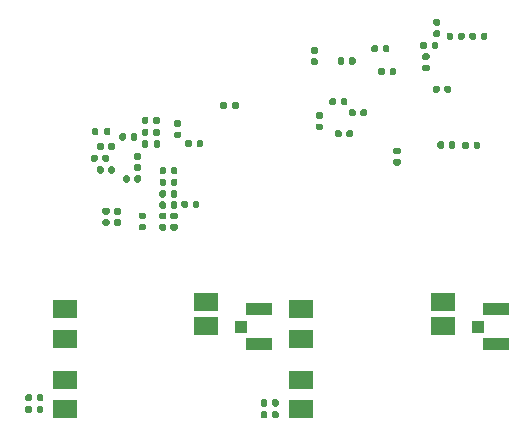
<source format=gbr>
%TF.GenerationSoftware,KiCad,Pcbnew,5.1.10-1.fc33*%
%TF.CreationDate,2021-08-29T12:40:12-07:00*%
%TF.ProjectId,hardware,68617264-7761-4726-952e-6b696361645f,rev?*%
%TF.SameCoordinates,Original*%
%TF.FileFunction,Paste,Bot*%
%TF.FilePolarity,Positive*%
%FSLAX46Y46*%
G04 Gerber Fmt 4.6, Leading zero omitted, Abs format (unit mm)*
G04 Created by KiCad (PCBNEW 5.1.10-1.fc33) date 2021-08-29 12:40:12*
%MOMM*%
%LPD*%
G01*
G04 APERTURE LIST*
%ADD10R,2.200000X1.050000*%
%ADD11R,1.050000X1.000000*%
%ADD12R,2.000000X1.500000*%
G04 APERTURE END LIST*
D10*
%TO.C,AE2*%
X143475000Y-122475000D03*
D11*
X141950000Y-121000000D03*
D10*
X143475000Y-119525000D03*
%TD*%
%TO.C,AE1*%
X123475000Y-122475000D03*
D11*
X121950000Y-121000000D03*
D10*
X123475000Y-119525000D03*
%TD*%
%TO.C,C9*%
G36*
G01*
X104230000Y-127830000D02*
X104230000Y-128170000D01*
G75*
G02*
X104090000Y-128310000I-140000J0D01*
G01*
X103810000Y-128310000D01*
G75*
G02*
X103670000Y-128170000I0J140000D01*
G01*
X103670000Y-127830000D01*
G75*
G02*
X103810000Y-127690000I140000J0D01*
G01*
X104090000Y-127690000D01*
G75*
G02*
X104230000Y-127830000I0J-140000D01*
G01*
G37*
G36*
G01*
X105190000Y-127830000D02*
X105190000Y-128170000D01*
G75*
G02*
X105050000Y-128310000I-140000J0D01*
G01*
X104770000Y-128310000D01*
G75*
G02*
X104630000Y-128170000I0J140000D01*
G01*
X104630000Y-127830000D01*
G75*
G02*
X104770000Y-127690000I140000J0D01*
G01*
X105050000Y-127690000D01*
G75*
G02*
X105190000Y-127830000I0J-140000D01*
G01*
G37*
%TD*%
%TO.C,C8*%
G36*
G01*
X104230000Y-126830000D02*
X104230000Y-127170000D01*
G75*
G02*
X104090000Y-127310000I-140000J0D01*
G01*
X103810000Y-127310000D01*
G75*
G02*
X103670000Y-127170000I0J140000D01*
G01*
X103670000Y-126830000D01*
G75*
G02*
X103810000Y-126690000I140000J0D01*
G01*
X104090000Y-126690000D01*
G75*
G02*
X104230000Y-126830000I0J-140000D01*
G01*
G37*
G36*
G01*
X105190000Y-126830000D02*
X105190000Y-127170000D01*
G75*
G02*
X105050000Y-127310000I-140000J0D01*
G01*
X104770000Y-127310000D01*
G75*
G02*
X104630000Y-127170000I0J140000D01*
G01*
X104630000Y-126830000D01*
G75*
G02*
X104770000Y-126690000I140000J0D01*
G01*
X105050000Y-126690000D01*
G75*
G02*
X105190000Y-126830000I0J-140000D01*
G01*
G37*
%TD*%
%TO.C,C7*%
G36*
G01*
X124150000Y-128280000D02*
X124150000Y-128620000D01*
G75*
G02*
X124010000Y-128760000I-140000J0D01*
G01*
X123730000Y-128760000D01*
G75*
G02*
X123590000Y-128620000I0J140000D01*
G01*
X123590000Y-128280000D01*
G75*
G02*
X123730000Y-128140000I140000J0D01*
G01*
X124010000Y-128140000D01*
G75*
G02*
X124150000Y-128280000I0J-140000D01*
G01*
G37*
G36*
G01*
X125110000Y-128280000D02*
X125110000Y-128620000D01*
G75*
G02*
X124970000Y-128760000I-140000J0D01*
G01*
X124690000Y-128760000D01*
G75*
G02*
X124550000Y-128620000I0J140000D01*
G01*
X124550000Y-128280000D01*
G75*
G02*
X124690000Y-128140000I140000J0D01*
G01*
X124970000Y-128140000D01*
G75*
G02*
X125110000Y-128280000I0J-140000D01*
G01*
G37*
%TD*%
%TO.C,C6*%
G36*
G01*
X124150000Y-127280000D02*
X124150000Y-127620000D01*
G75*
G02*
X124010000Y-127760000I-140000J0D01*
G01*
X123730000Y-127760000D01*
G75*
G02*
X123590000Y-127620000I0J140000D01*
G01*
X123590000Y-127280000D01*
G75*
G02*
X123730000Y-127140000I140000J0D01*
G01*
X124010000Y-127140000D01*
G75*
G02*
X124150000Y-127280000I0J-140000D01*
G01*
G37*
G36*
G01*
X125110000Y-127280000D02*
X125110000Y-127620000D01*
G75*
G02*
X124970000Y-127760000I-140000J0D01*
G01*
X124690000Y-127760000D01*
G75*
G02*
X124550000Y-127620000I0J140000D01*
G01*
X124550000Y-127280000D01*
G75*
G02*
X124690000Y-127140000I140000J0D01*
G01*
X124970000Y-127140000D01*
G75*
G02*
X125110000Y-127280000I0J-140000D01*
G01*
G37*
%TD*%
D12*
%TO.C,U5*%
X127000000Y-122000000D03*
X127000000Y-128000000D03*
X127000000Y-125500000D03*
X127000000Y-119500000D03*
X139000000Y-118900000D03*
X139000000Y-120900000D03*
%TD*%
%TO.C,U4*%
X107000000Y-122000000D03*
X107000000Y-128000000D03*
X107000000Y-125500000D03*
X107000000Y-119500000D03*
X119000000Y-118900000D03*
X119000000Y-120900000D03*
%TD*%
%TO.C,C32*%
G36*
G01*
X134958000Y-106791100D02*
X135298000Y-106791100D01*
G75*
G02*
X135438000Y-106931100I0J-140000D01*
G01*
X135438000Y-107211100D01*
G75*
G02*
X135298000Y-107351100I-140000J0D01*
G01*
X134958000Y-107351100D01*
G75*
G02*
X134818000Y-107211100I0J140000D01*
G01*
X134818000Y-106931100D01*
G75*
G02*
X134958000Y-106791100I140000J0D01*
G01*
G37*
G36*
G01*
X134958000Y-105831100D02*
X135298000Y-105831100D01*
G75*
G02*
X135438000Y-105971100I0J-140000D01*
G01*
X135438000Y-106251100D01*
G75*
G02*
X135298000Y-106391100I-140000J0D01*
G01*
X134958000Y-106391100D01*
G75*
G02*
X134818000Y-106251100I0J140000D01*
G01*
X134818000Y-105971100D01*
G75*
G02*
X134958000Y-105831100I140000J0D01*
G01*
G37*
%TD*%
%TO.C,C99*%
G36*
G01*
X109782000Y-106560800D02*
X109782000Y-106900800D01*
G75*
G02*
X109642000Y-107040800I-140000J0D01*
G01*
X109362000Y-107040800D01*
G75*
G02*
X109222000Y-106900800I0J140000D01*
G01*
X109222000Y-106560800D01*
G75*
G02*
X109362000Y-106420800I140000J0D01*
G01*
X109642000Y-106420800D01*
G75*
G02*
X109782000Y-106560800I0J-140000D01*
G01*
G37*
G36*
G01*
X110742000Y-106560800D02*
X110742000Y-106900800D01*
G75*
G02*
X110602000Y-107040800I-140000J0D01*
G01*
X110322000Y-107040800D01*
G75*
G02*
X110182000Y-106900800I0J140000D01*
G01*
X110182000Y-106560800D01*
G75*
G02*
X110322000Y-106420800I140000J0D01*
G01*
X110602000Y-106420800D01*
G75*
G02*
X110742000Y-106560800I0J-140000D01*
G01*
G37*
%TD*%
%TO.C,C92*%
G36*
G01*
X128300300Y-97879500D02*
X127960300Y-97879500D01*
G75*
G02*
X127820300Y-97739500I0J140000D01*
G01*
X127820300Y-97459500D01*
G75*
G02*
X127960300Y-97319500I140000J0D01*
G01*
X128300300Y-97319500D01*
G75*
G02*
X128440300Y-97459500I0J-140000D01*
G01*
X128440300Y-97739500D01*
G75*
G02*
X128300300Y-97879500I-140000J0D01*
G01*
G37*
G36*
G01*
X128300300Y-98839500D02*
X127960300Y-98839500D01*
G75*
G02*
X127820300Y-98699500I0J140000D01*
G01*
X127820300Y-98419500D01*
G75*
G02*
X127960300Y-98279500I140000J0D01*
G01*
X128300300Y-98279500D01*
G75*
G02*
X128440300Y-98419500I0J-140000D01*
G01*
X128440300Y-98699500D01*
G75*
G02*
X128300300Y-98839500I-140000J0D01*
G01*
G37*
%TD*%
%TO.C,C91*%
G36*
G01*
X139519000Y-105783200D02*
X139519000Y-105443200D01*
G75*
G02*
X139659000Y-105303200I140000J0D01*
G01*
X139939000Y-105303200D01*
G75*
G02*
X140079000Y-105443200I0J-140000D01*
G01*
X140079000Y-105783200D01*
G75*
G02*
X139939000Y-105923200I-140000J0D01*
G01*
X139659000Y-105923200D01*
G75*
G02*
X139519000Y-105783200I0J140000D01*
G01*
G37*
G36*
G01*
X138559000Y-105783200D02*
X138559000Y-105443200D01*
G75*
G02*
X138699000Y-105303200I140000J0D01*
G01*
X138979000Y-105303200D01*
G75*
G02*
X139119000Y-105443200I0J-140000D01*
G01*
X139119000Y-105783200D01*
G75*
G02*
X138979000Y-105923200I-140000J0D01*
G01*
X138699000Y-105923200D01*
G75*
G02*
X138559000Y-105783200I0J140000D01*
G01*
G37*
%TD*%
%TO.C,C90*%
G36*
G01*
X130375000Y-102112900D02*
X130375000Y-101772900D01*
G75*
G02*
X130515000Y-101632900I140000J0D01*
G01*
X130795000Y-101632900D01*
G75*
G02*
X130935000Y-101772900I0J-140000D01*
G01*
X130935000Y-102112900D01*
G75*
G02*
X130795000Y-102252900I-140000J0D01*
G01*
X130515000Y-102252900D01*
G75*
G02*
X130375000Y-102112900I0J140000D01*
G01*
G37*
G36*
G01*
X129415000Y-102112900D02*
X129415000Y-101772900D01*
G75*
G02*
X129555000Y-101632900I140000J0D01*
G01*
X129835000Y-101632900D01*
G75*
G02*
X129975000Y-101772900I0J-140000D01*
G01*
X129975000Y-102112900D01*
G75*
G02*
X129835000Y-102252900I-140000J0D01*
G01*
X129555000Y-102252900D01*
G75*
G02*
X129415000Y-102112900I0J140000D01*
G01*
G37*
%TD*%
%TO.C,C89*%
G36*
G01*
X141611960Y-105798440D02*
X141611960Y-105458440D01*
G75*
G02*
X141751960Y-105318440I140000J0D01*
G01*
X142031960Y-105318440D01*
G75*
G02*
X142171960Y-105458440I0J-140000D01*
G01*
X142171960Y-105798440D01*
G75*
G02*
X142031960Y-105938440I-140000J0D01*
G01*
X141751960Y-105938440D01*
G75*
G02*
X141611960Y-105798440I0J140000D01*
G01*
G37*
G36*
G01*
X140651960Y-105798440D02*
X140651960Y-105458440D01*
G75*
G02*
X140791960Y-105318440I140000J0D01*
G01*
X141071960Y-105318440D01*
G75*
G02*
X141211960Y-105458440I0J-140000D01*
G01*
X141211960Y-105798440D01*
G75*
G02*
X141071960Y-105938440I-140000J0D01*
G01*
X140791960Y-105938440D01*
G75*
G02*
X140651960Y-105798440I0J140000D01*
G01*
G37*
%TD*%
%TO.C,C87*%
G36*
G01*
X128732100Y-103393900D02*
X128392100Y-103393900D01*
G75*
G02*
X128252100Y-103253900I0J140000D01*
G01*
X128252100Y-102973900D01*
G75*
G02*
X128392100Y-102833900I140000J0D01*
G01*
X128732100Y-102833900D01*
G75*
G02*
X128872100Y-102973900I0J-140000D01*
G01*
X128872100Y-103253900D01*
G75*
G02*
X128732100Y-103393900I-140000J0D01*
G01*
G37*
G36*
G01*
X128732100Y-104353900D02*
X128392100Y-104353900D01*
G75*
G02*
X128252100Y-104213900I0J140000D01*
G01*
X128252100Y-103933900D01*
G75*
G02*
X128392100Y-103793900I140000J0D01*
G01*
X128732100Y-103793900D01*
G75*
G02*
X128872100Y-103933900I0J-140000D01*
G01*
X128872100Y-104213900D01*
G75*
G02*
X128732100Y-104353900I-140000J0D01*
G01*
G37*
%TD*%
%TO.C,C86*%
G36*
G01*
X130442360Y-104483080D02*
X130442360Y-104823080D01*
G75*
G02*
X130302360Y-104963080I-140000J0D01*
G01*
X130022360Y-104963080D01*
G75*
G02*
X129882360Y-104823080I0J140000D01*
G01*
X129882360Y-104483080D01*
G75*
G02*
X130022360Y-104343080I140000J0D01*
G01*
X130302360Y-104343080D01*
G75*
G02*
X130442360Y-104483080I0J-140000D01*
G01*
G37*
G36*
G01*
X131402360Y-104483080D02*
X131402360Y-104823080D01*
G75*
G02*
X131262360Y-104963080I-140000J0D01*
G01*
X130982360Y-104963080D01*
G75*
G02*
X130842360Y-104823080I0J140000D01*
G01*
X130842360Y-104483080D01*
G75*
G02*
X130982360Y-104343080I140000J0D01*
G01*
X131262360Y-104343080D01*
G75*
G02*
X131402360Y-104483080I0J-140000D01*
G01*
G37*
%TD*%
%TO.C,C85*%
G36*
G01*
X131626000Y-102712700D02*
X131626000Y-103052700D01*
G75*
G02*
X131486000Y-103192700I-140000J0D01*
G01*
X131206000Y-103192700D01*
G75*
G02*
X131066000Y-103052700I0J140000D01*
G01*
X131066000Y-102712700D01*
G75*
G02*
X131206000Y-102572700I140000J0D01*
G01*
X131486000Y-102572700D01*
G75*
G02*
X131626000Y-102712700I0J-140000D01*
G01*
G37*
G36*
G01*
X132586000Y-102712700D02*
X132586000Y-103052700D01*
G75*
G02*
X132446000Y-103192700I-140000J0D01*
G01*
X132166000Y-103192700D01*
G75*
G02*
X132026000Y-103052700I0J140000D01*
G01*
X132026000Y-102712700D01*
G75*
G02*
X132166000Y-102572700I140000J0D01*
G01*
X132446000Y-102572700D01*
G75*
G02*
X132586000Y-102712700I0J-140000D01*
G01*
G37*
%TD*%
%TO.C,C82*%
G36*
G01*
X139138000Y-101058800D02*
X139138000Y-100718800D01*
G75*
G02*
X139278000Y-100578800I140000J0D01*
G01*
X139558000Y-100578800D01*
G75*
G02*
X139698000Y-100718800I0J-140000D01*
G01*
X139698000Y-101058800D01*
G75*
G02*
X139558000Y-101198800I-140000J0D01*
G01*
X139278000Y-101198800D01*
G75*
G02*
X139138000Y-101058800I0J140000D01*
G01*
G37*
G36*
G01*
X138178000Y-101058800D02*
X138178000Y-100718800D01*
G75*
G02*
X138318000Y-100578800I140000J0D01*
G01*
X138598000Y-100578800D01*
G75*
G02*
X138738000Y-100718800I0J-140000D01*
G01*
X138738000Y-101058800D01*
G75*
G02*
X138598000Y-101198800I-140000J0D01*
G01*
X138318000Y-101198800D01*
G75*
G02*
X138178000Y-101058800I0J140000D01*
G01*
G37*
%TD*%
%TO.C,C80*%
G36*
G01*
X133531000Y-97277100D02*
X133531000Y-97617100D01*
G75*
G02*
X133391000Y-97757100I-140000J0D01*
G01*
X133111000Y-97757100D01*
G75*
G02*
X132971000Y-97617100I0J140000D01*
G01*
X132971000Y-97277100D01*
G75*
G02*
X133111000Y-97137100I140000J0D01*
G01*
X133391000Y-97137100D01*
G75*
G02*
X133531000Y-97277100I0J-140000D01*
G01*
G37*
G36*
G01*
X134491000Y-97277100D02*
X134491000Y-97617100D01*
G75*
G02*
X134351000Y-97757100I-140000J0D01*
G01*
X134071000Y-97757100D01*
G75*
G02*
X133931000Y-97617100I0J140000D01*
G01*
X133931000Y-97277100D01*
G75*
G02*
X134071000Y-97137100I140000J0D01*
G01*
X134351000Y-97137100D01*
G75*
G02*
X134491000Y-97277100I0J-140000D01*
G01*
G37*
%TD*%
%TO.C,C79*%
G36*
G01*
X134102500Y-99232900D02*
X134102500Y-99572900D01*
G75*
G02*
X133962500Y-99712900I-140000J0D01*
G01*
X133682500Y-99712900D01*
G75*
G02*
X133542500Y-99572900I0J140000D01*
G01*
X133542500Y-99232900D01*
G75*
G02*
X133682500Y-99092900I140000J0D01*
G01*
X133962500Y-99092900D01*
G75*
G02*
X134102500Y-99232900I0J-140000D01*
G01*
G37*
G36*
G01*
X135062500Y-99232900D02*
X135062500Y-99572900D01*
G75*
G02*
X134922500Y-99712900I-140000J0D01*
G01*
X134642500Y-99712900D01*
G75*
G02*
X134502500Y-99572900I0J140000D01*
G01*
X134502500Y-99232900D01*
G75*
G02*
X134642500Y-99092900I140000J0D01*
G01*
X134922500Y-99092900D01*
G75*
G02*
X135062500Y-99232900I0J-140000D01*
G01*
G37*
%TD*%
%TO.C,C77*%
G36*
G01*
X138071200Y-97350400D02*
X138071200Y-97010400D01*
G75*
G02*
X138211200Y-96870400I140000J0D01*
G01*
X138491200Y-96870400D01*
G75*
G02*
X138631200Y-97010400I0J-140000D01*
G01*
X138631200Y-97350400D01*
G75*
G02*
X138491200Y-97490400I-140000J0D01*
G01*
X138211200Y-97490400D01*
G75*
G02*
X138071200Y-97350400I0J140000D01*
G01*
G37*
G36*
G01*
X137111200Y-97350400D02*
X137111200Y-97010400D01*
G75*
G02*
X137251200Y-96870400I140000J0D01*
G01*
X137531200Y-96870400D01*
G75*
G02*
X137671200Y-97010400I0J-140000D01*
G01*
X137671200Y-97350400D01*
G75*
G02*
X137531200Y-97490400I-140000J0D01*
G01*
X137251200Y-97490400D01*
G75*
G02*
X137111200Y-97350400I0J140000D01*
G01*
G37*
%TD*%
%TO.C,C76*%
G36*
G01*
X140293700Y-96575700D02*
X140293700Y-96235700D01*
G75*
G02*
X140433700Y-96095700I140000J0D01*
G01*
X140713700Y-96095700D01*
G75*
G02*
X140853700Y-96235700I0J-140000D01*
G01*
X140853700Y-96575700D01*
G75*
G02*
X140713700Y-96715700I-140000J0D01*
G01*
X140433700Y-96715700D01*
G75*
G02*
X140293700Y-96575700I0J140000D01*
G01*
G37*
G36*
G01*
X139333700Y-96575700D02*
X139333700Y-96235700D01*
G75*
G02*
X139473700Y-96095700I140000J0D01*
G01*
X139753700Y-96095700D01*
G75*
G02*
X139893700Y-96235700I0J-140000D01*
G01*
X139893700Y-96575700D01*
G75*
G02*
X139753700Y-96715700I-140000J0D01*
G01*
X139473700Y-96715700D01*
G75*
G02*
X139333700Y-96575700I0J140000D01*
G01*
G37*
%TD*%
%TO.C,C75*%
G36*
G01*
X142224100Y-96575700D02*
X142224100Y-96235700D01*
G75*
G02*
X142364100Y-96095700I140000J0D01*
G01*
X142644100Y-96095700D01*
G75*
G02*
X142784100Y-96235700I0J-140000D01*
G01*
X142784100Y-96575700D01*
G75*
G02*
X142644100Y-96715700I-140000J0D01*
G01*
X142364100Y-96715700D01*
G75*
G02*
X142224100Y-96575700I0J140000D01*
G01*
G37*
G36*
G01*
X141264100Y-96575700D02*
X141264100Y-96235700D01*
G75*
G02*
X141404100Y-96095700I140000J0D01*
G01*
X141684100Y-96095700D01*
G75*
G02*
X141824100Y-96235700I0J-140000D01*
G01*
X141824100Y-96575700D01*
G75*
G02*
X141684100Y-96715700I-140000J0D01*
G01*
X141404100Y-96715700D01*
G75*
G02*
X141264100Y-96575700I0J140000D01*
G01*
G37*
%TD*%
%TO.C,C74*%
G36*
G01*
X130660800Y-98331200D02*
X130660800Y-98671200D01*
G75*
G02*
X130520800Y-98811200I-140000J0D01*
G01*
X130240800Y-98811200D01*
G75*
G02*
X130100800Y-98671200I0J140000D01*
G01*
X130100800Y-98331200D01*
G75*
G02*
X130240800Y-98191200I140000J0D01*
G01*
X130520800Y-98191200D01*
G75*
G02*
X130660800Y-98331200I0J-140000D01*
G01*
G37*
G36*
G01*
X131620800Y-98331200D02*
X131620800Y-98671200D01*
G75*
G02*
X131480800Y-98811200I-140000J0D01*
G01*
X131200800Y-98811200D01*
G75*
G02*
X131060800Y-98671200I0J140000D01*
G01*
X131060800Y-98331200D01*
G75*
G02*
X131200800Y-98191200I140000J0D01*
G01*
X131480800Y-98191200D01*
G75*
G02*
X131620800Y-98331200I0J-140000D01*
G01*
G37*
%TD*%
%TO.C,C70*%
G36*
G01*
X110660000Y-111496500D02*
X110320000Y-111496500D01*
G75*
G02*
X110180000Y-111356500I0J140000D01*
G01*
X110180000Y-111076500D01*
G75*
G02*
X110320000Y-110936500I140000J0D01*
G01*
X110660000Y-110936500D01*
G75*
G02*
X110800000Y-111076500I0J-140000D01*
G01*
X110800000Y-111356500D01*
G75*
G02*
X110660000Y-111496500I-140000J0D01*
G01*
G37*
G36*
G01*
X110660000Y-112456500D02*
X110320000Y-112456500D01*
G75*
G02*
X110180000Y-112316500I0J140000D01*
G01*
X110180000Y-112036500D01*
G75*
G02*
X110320000Y-111896500I140000J0D01*
G01*
X110660000Y-111896500D01*
G75*
G02*
X110800000Y-112036500I0J-140000D01*
G01*
X110800000Y-112316500D01*
G75*
G02*
X110660000Y-112456500I-140000J0D01*
G01*
G37*
%TD*%
%TO.C,C69*%
G36*
G01*
X110290000Y-105570200D02*
X110290000Y-105910200D01*
G75*
G02*
X110150000Y-106050200I-140000J0D01*
G01*
X109870000Y-106050200D01*
G75*
G02*
X109730000Y-105910200I0J140000D01*
G01*
X109730000Y-105570200D01*
G75*
G02*
X109870000Y-105430200I140000J0D01*
G01*
X110150000Y-105430200D01*
G75*
G02*
X110290000Y-105570200I0J-140000D01*
G01*
G37*
G36*
G01*
X111250000Y-105570200D02*
X111250000Y-105910200D01*
G75*
G02*
X111110000Y-106050200I-140000J0D01*
G01*
X110830000Y-106050200D01*
G75*
G02*
X110690000Y-105910200I0J140000D01*
G01*
X110690000Y-105570200D01*
G75*
G02*
X110830000Y-105430200I140000J0D01*
G01*
X111110000Y-105430200D01*
G75*
G02*
X111250000Y-105570200I0J-140000D01*
G01*
G37*
%TD*%
%TO.C,C68*%
G36*
G01*
X111637900Y-111496500D02*
X111297900Y-111496500D01*
G75*
G02*
X111157900Y-111356500I0J140000D01*
G01*
X111157900Y-111076500D01*
G75*
G02*
X111297900Y-110936500I140000J0D01*
G01*
X111637900Y-110936500D01*
G75*
G02*
X111777900Y-111076500I0J-140000D01*
G01*
X111777900Y-111356500D01*
G75*
G02*
X111637900Y-111496500I-140000J0D01*
G01*
G37*
G36*
G01*
X111637900Y-112456500D02*
X111297900Y-112456500D01*
G75*
G02*
X111157900Y-112316500I0J140000D01*
G01*
X111157900Y-112036500D01*
G75*
G02*
X111297900Y-111896500I140000J0D01*
G01*
X111637900Y-111896500D01*
G75*
G02*
X111777900Y-112036500I0J-140000D01*
G01*
X111777900Y-112316500D01*
G75*
G02*
X111637900Y-112456500I-140000J0D01*
G01*
G37*
%TD*%
%TO.C,C67*%
G36*
G01*
X115585900Y-107614900D02*
X115585900Y-107954900D01*
G75*
G02*
X115445900Y-108094900I-140000J0D01*
G01*
X115165900Y-108094900D01*
G75*
G02*
X115025900Y-107954900I0J140000D01*
G01*
X115025900Y-107614900D01*
G75*
G02*
X115165900Y-107474900I140000J0D01*
G01*
X115445900Y-107474900D01*
G75*
G02*
X115585900Y-107614900I0J-140000D01*
G01*
G37*
G36*
G01*
X116545900Y-107614900D02*
X116545900Y-107954900D01*
G75*
G02*
X116405900Y-108094900I-140000J0D01*
G01*
X116125900Y-108094900D01*
G75*
G02*
X115985900Y-107954900I0J140000D01*
G01*
X115985900Y-107614900D01*
G75*
G02*
X116125900Y-107474900I140000J0D01*
G01*
X116405900Y-107474900D01*
G75*
G02*
X116545900Y-107614900I0J-140000D01*
G01*
G37*
%TD*%
%TO.C,C66*%
G36*
G01*
X110290000Y-107551400D02*
X110290000Y-107891400D01*
G75*
G02*
X110150000Y-108031400I-140000J0D01*
G01*
X109870000Y-108031400D01*
G75*
G02*
X109730000Y-107891400I0J140000D01*
G01*
X109730000Y-107551400D01*
G75*
G02*
X109870000Y-107411400I140000J0D01*
G01*
X110150000Y-107411400D01*
G75*
G02*
X110290000Y-107551400I0J-140000D01*
G01*
G37*
G36*
G01*
X111250000Y-107551400D02*
X111250000Y-107891400D01*
G75*
G02*
X111110000Y-108031400I-140000J0D01*
G01*
X110830000Y-108031400D01*
G75*
G02*
X110690000Y-107891400I0J140000D01*
G01*
X110690000Y-107551400D01*
G75*
G02*
X110830000Y-107411400I140000J0D01*
G01*
X111110000Y-107411400D01*
G75*
G02*
X111250000Y-107551400I0J-140000D01*
G01*
G37*
%TD*%
%TO.C,C65*%
G36*
G01*
X114087300Y-104363700D02*
X114087300Y-104703700D01*
G75*
G02*
X113947300Y-104843700I-140000J0D01*
G01*
X113667300Y-104843700D01*
G75*
G02*
X113527300Y-104703700I0J140000D01*
G01*
X113527300Y-104363700D01*
G75*
G02*
X113667300Y-104223700I140000J0D01*
G01*
X113947300Y-104223700D01*
G75*
G02*
X114087300Y-104363700I0J-140000D01*
G01*
G37*
G36*
G01*
X115047300Y-104363700D02*
X115047300Y-104703700D01*
G75*
G02*
X114907300Y-104843700I-140000J0D01*
G01*
X114627300Y-104843700D01*
G75*
G02*
X114487300Y-104703700I0J140000D01*
G01*
X114487300Y-104363700D01*
G75*
G02*
X114627300Y-104223700I140000J0D01*
G01*
X114907300Y-104223700D01*
G75*
G02*
X115047300Y-104363700I0J-140000D01*
G01*
G37*
%TD*%
%TO.C,C64*%
G36*
G01*
X116730600Y-104067000D02*
X116390600Y-104067000D01*
G75*
G02*
X116250600Y-103927000I0J140000D01*
G01*
X116250600Y-103647000D01*
G75*
G02*
X116390600Y-103507000I140000J0D01*
G01*
X116730600Y-103507000D01*
G75*
G02*
X116870600Y-103647000I0J-140000D01*
G01*
X116870600Y-103927000D01*
G75*
G02*
X116730600Y-104067000I-140000J0D01*
G01*
G37*
G36*
G01*
X116730600Y-105027000D02*
X116390600Y-105027000D01*
G75*
G02*
X116250600Y-104887000I0J140000D01*
G01*
X116250600Y-104607000D01*
G75*
G02*
X116390600Y-104467000I140000J0D01*
G01*
X116730600Y-104467000D01*
G75*
G02*
X116870600Y-104607000I0J-140000D01*
G01*
X116870600Y-104887000D01*
G75*
G02*
X116730600Y-105027000I-140000J0D01*
G01*
G37*
%TD*%
%TO.C,C59*%
G36*
G01*
X112582300Y-105097400D02*
X112582300Y-104757400D01*
G75*
G02*
X112722300Y-104617400I140000J0D01*
G01*
X113002300Y-104617400D01*
G75*
G02*
X113142300Y-104757400I0J-140000D01*
G01*
X113142300Y-105097400D01*
G75*
G02*
X113002300Y-105237400I-140000J0D01*
G01*
X112722300Y-105237400D01*
G75*
G02*
X112582300Y-105097400I0J140000D01*
G01*
G37*
G36*
G01*
X111622300Y-105097400D02*
X111622300Y-104757400D01*
G75*
G02*
X111762300Y-104617400I140000J0D01*
G01*
X112042300Y-104617400D01*
G75*
G02*
X112182300Y-104757400I0J-140000D01*
G01*
X112182300Y-105097400D01*
G75*
G02*
X112042300Y-105237400I-140000J0D01*
G01*
X111762300Y-105237400D01*
G75*
G02*
X111622300Y-105097400I0J140000D01*
G01*
G37*
%TD*%
%TO.C,C56*%
G36*
G01*
X113746100Y-111887600D02*
X113406100Y-111887600D01*
G75*
G02*
X113266100Y-111747600I0J140000D01*
G01*
X113266100Y-111467600D01*
G75*
G02*
X113406100Y-111327600I140000J0D01*
G01*
X113746100Y-111327600D01*
G75*
G02*
X113886100Y-111467600I0J-140000D01*
G01*
X113886100Y-111747600D01*
G75*
G02*
X113746100Y-111887600I-140000J0D01*
G01*
G37*
G36*
G01*
X113746100Y-112847600D02*
X113406100Y-112847600D01*
G75*
G02*
X113266100Y-112707600I0J140000D01*
G01*
X113266100Y-112427600D01*
G75*
G02*
X113406100Y-112287600I140000J0D01*
G01*
X113746100Y-112287600D01*
G75*
G02*
X113886100Y-112427600I0J-140000D01*
G01*
X113886100Y-112707600D01*
G75*
G02*
X113746100Y-112847600I-140000J0D01*
G01*
G37*
%TD*%
%TO.C,C55*%
G36*
G01*
X114087300Y-103347700D02*
X114087300Y-103687700D01*
G75*
G02*
X113947300Y-103827700I-140000J0D01*
G01*
X113667300Y-103827700D01*
G75*
G02*
X113527300Y-103687700I0J140000D01*
G01*
X113527300Y-103347700D01*
G75*
G02*
X113667300Y-103207700I140000J0D01*
G01*
X113947300Y-103207700D01*
G75*
G02*
X114087300Y-103347700I0J-140000D01*
G01*
G37*
G36*
G01*
X115047300Y-103347700D02*
X115047300Y-103687700D01*
G75*
G02*
X114907300Y-103827700I-140000J0D01*
G01*
X114627300Y-103827700D01*
G75*
G02*
X114487300Y-103687700I0J140000D01*
G01*
X114487300Y-103347700D01*
G75*
G02*
X114627300Y-103207700I140000J0D01*
G01*
X114907300Y-103207700D01*
G75*
G02*
X115047300Y-103347700I0J-140000D01*
G01*
G37*
%TD*%
%TO.C,C54*%
G36*
G01*
X115573200Y-109583400D02*
X115573200Y-109923400D01*
G75*
G02*
X115433200Y-110063400I-140000J0D01*
G01*
X115153200Y-110063400D01*
G75*
G02*
X115013200Y-109923400I0J140000D01*
G01*
X115013200Y-109583400D01*
G75*
G02*
X115153200Y-109443400I140000J0D01*
G01*
X115433200Y-109443400D01*
G75*
G02*
X115573200Y-109583400I0J-140000D01*
G01*
G37*
G36*
G01*
X116533200Y-109583400D02*
X116533200Y-109923400D01*
G75*
G02*
X116393200Y-110063400I-140000J0D01*
G01*
X116113200Y-110063400D01*
G75*
G02*
X115973200Y-109923400I0J140000D01*
G01*
X115973200Y-109583400D01*
G75*
G02*
X116113200Y-109443400I140000J0D01*
G01*
X116393200Y-109443400D01*
G75*
G02*
X116533200Y-109583400I0J-140000D01*
G01*
G37*
%TD*%
%TO.C,C53*%
G36*
G01*
X112899800Y-108653400D02*
X112899800Y-108313400D01*
G75*
G02*
X113039800Y-108173400I140000J0D01*
G01*
X113319800Y-108173400D01*
G75*
G02*
X113459800Y-108313400I0J-140000D01*
G01*
X113459800Y-108653400D01*
G75*
G02*
X113319800Y-108793400I-140000J0D01*
G01*
X113039800Y-108793400D01*
G75*
G02*
X112899800Y-108653400I0J140000D01*
G01*
G37*
G36*
G01*
X111939800Y-108653400D02*
X111939800Y-108313400D01*
G75*
G02*
X112079800Y-108173400I140000J0D01*
G01*
X112359800Y-108173400D01*
G75*
G02*
X112499800Y-108313400I0J-140000D01*
G01*
X112499800Y-108653400D01*
G75*
G02*
X112359800Y-108793400I-140000J0D01*
G01*
X112079800Y-108793400D01*
G75*
G02*
X111939800Y-108653400I0J140000D01*
G01*
G37*
%TD*%
%TO.C,C48*%
G36*
G01*
X117437560Y-110467320D02*
X117437560Y-110807320D01*
G75*
G02*
X117297560Y-110947320I-140000J0D01*
G01*
X117017560Y-110947320D01*
G75*
G02*
X116877560Y-110807320I0J140000D01*
G01*
X116877560Y-110467320D01*
G75*
G02*
X117017560Y-110327320I140000J0D01*
G01*
X117297560Y-110327320D01*
G75*
G02*
X117437560Y-110467320I0J-140000D01*
G01*
G37*
G36*
G01*
X118397560Y-110467320D02*
X118397560Y-110807320D01*
G75*
G02*
X118257560Y-110947320I-140000J0D01*
G01*
X117977560Y-110947320D01*
G75*
G02*
X117837560Y-110807320I0J140000D01*
G01*
X117837560Y-110467320D01*
G75*
G02*
X117977560Y-110327320I140000J0D01*
G01*
X118257560Y-110327320D01*
G75*
G02*
X118397560Y-110467320I0J-140000D01*
G01*
G37*
%TD*%
%TO.C,C43*%
G36*
G01*
X115473300Y-111895280D02*
X115133300Y-111895280D01*
G75*
G02*
X114993300Y-111755280I0J140000D01*
G01*
X114993300Y-111475280D01*
G75*
G02*
X115133300Y-111335280I140000J0D01*
G01*
X115473300Y-111335280D01*
G75*
G02*
X115613300Y-111475280I0J-140000D01*
G01*
X115613300Y-111755280D01*
G75*
G02*
X115473300Y-111895280I-140000J0D01*
G01*
G37*
G36*
G01*
X115473300Y-112855280D02*
X115133300Y-112855280D01*
G75*
G02*
X114993300Y-112715280I0J140000D01*
G01*
X114993300Y-112435280D01*
G75*
G02*
X115133300Y-112295280I140000J0D01*
G01*
X115473300Y-112295280D01*
G75*
G02*
X115613300Y-112435280I0J-140000D01*
G01*
X115613300Y-112715280D01*
G75*
G02*
X115473300Y-112855280I-140000J0D01*
G01*
G37*
%TD*%
%TO.C,C42*%
G36*
G01*
X115585900Y-108605500D02*
X115585900Y-108945500D01*
G75*
G02*
X115445900Y-109085500I-140000J0D01*
G01*
X115165900Y-109085500D01*
G75*
G02*
X115025900Y-108945500I0J140000D01*
G01*
X115025900Y-108605500D01*
G75*
G02*
X115165900Y-108465500I140000J0D01*
G01*
X115445900Y-108465500D01*
G75*
G02*
X115585900Y-108605500I0J-140000D01*
G01*
G37*
G36*
G01*
X116545900Y-108605500D02*
X116545900Y-108945500D01*
G75*
G02*
X116405900Y-109085500I-140000J0D01*
G01*
X116125900Y-109085500D01*
G75*
G02*
X115985900Y-108945500I0J140000D01*
G01*
X115985900Y-108605500D01*
G75*
G02*
X116125900Y-108465500I140000J0D01*
G01*
X116405900Y-108465500D01*
G75*
G02*
X116545900Y-108605500I0J-140000D01*
G01*
G37*
%TD*%
%TO.C,C40*%
G36*
G01*
X116418180Y-111895280D02*
X116078180Y-111895280D01*
G75*
G02*
X115938180Y-111755280I0J140000D01*
G01*
X115938180Y-111475280D01*
G75*
G02*
X116078180Y-111335280I140000J0D01*
G01*
X116418180Y-111335280D01*
G75*
G02*
X116558180Y-111475280I0J-140000D01*
G01*
X116558180Y-111755280D01*
G75*
G02*
X116418180Y-111895280I-140000J0D01*
G01*
G37*
G36*
G01*
X116418180Y-112855280D02*
X116078180Y-112855280D01*
G75*
G02*
X115938180Y-112715280I0J140000D01*
G01*
X115938180Y-112435280D01*
G75*
G02*
X116078180Y-112295280I140000J0D01*
G01*
X116418180Y-112295280D01*
G75*
G02*
X116558180Y-112435280I0J-140000D01*
G01*
X116558180Y-112715280D01*
G75*
G02*
X116418180Y-112855280I-140000J0D01*
G01*
G37*
%TD*%
%TO.C,C38*%
G36*
G01*
X115573200Y-110523200D02*
X115573200Y-110863200D01*
G75*
G02*
X115433200Y-111003200I-140000J0D01*
G01*
X115153200Y-111003200D01*
G75*
G02*
X115013200Y-110863200I0J140000D01*
G01*
X115013200Y-110523200D01*
G75*
G02*
X115153200Y-110383200I140000J0D01*
G01*
X115433200Y-110383200D01*
G75*
G02*
X115573200Y-110523200I0J-140000D01*
G01*
G37*
G36*
G01*
X116533200Y-110523200D02*
X116533200Y-110863200D01*
G75*
G02*
X116393200Y-111003200I-140000J0D01*
G01*
X116113200Y-111003200D01*
G75*
G02*
X115973200Y-110863200I0J140000D01*
G01*
X115973200Y-110523200D01*
G75*
G02*
X116113200Y-110383200I140000J0D01*
G01*
X116393200Y-110383200D01*
G75*
G02*
X116533200Y-110523200I0J-140000D01*
G01*
G37*
%TD*%
%TO.C,C37*%
G36*
G01*
X118163999Y-105671440D02*
X118163999Y-105331440D01*
G75*
G02*
X118303999Y-105191440I140000J0D01*
G01*
X118583999Y-105191440D01*
G75*
G02*
X118723999Y-105331440I0J-140000D01*
G01*
X118723999Y-105671440D01*
G75*
G02*
X118583999Y-105811440I-140000J0D01*
G01*
X118303999Y-105811440D01*
G75*
G02*
X118163999Y-105671440I0J140000D01*
G01*
G37*
G36*
G01*
X117203999Y-105671440D02*
X117203999Y-105331440D01*
G75*
G02*
X117343999Y-105191440I140000J0D01*
G01*
X117623999Y-105191440D01*
G75*
G02*
X117763999Y-105331440I0J-140000D01*
G01*
X117763999Y-105671440D01*
G75*
G02*
X117623999Y-105811440I-140000J0D01*
G01*
X117343999Y-105811440D01*
G75*
G02*
X117203999Y-105671440I0J140000D01*
G01*
G37*
%TD*%
%TO.C,C31*%
G36*
G01*
X112987000Y-107248300D02*
X113327000Y-107248300D01*
G75*
G02*
X113467000Y-107388300I0J-140000D01*
G01*
X113467000Y-107668300D01*
G75*
G02*
X113327000Y-107808300I-140000J0D01*
G01*
X112987000Y-107808300D01*
G75*
G02*
X112847000Y-107668300I0J140000D01*
G01*
X112847000Y-107388300D01*
G75*
G02*
X112987000Y-107248300I140000J0D01*
G01*
G37*
G36*
G01*
X112987000Y-106288300D02*
X113327000Y-106288300D01*
G75*
G02*
X113467000Y-106428300I0J-140000D01*
G01*
X113467000Y-106708300D01*
G75*
G02*
X113327000Y-106848300I-140000J0D01*
G01*
X112987000Y-106848300D01*
G75*
G02*
X112847000Y-106708300I0J140000D01*
G01*
X112847000Y-106428300D01*
G75*
G02*
X112987000Y-106288300I140000J0D01*
G01*
G37*
%TD*%
%TO.C,C3*%
G36*
G01*
X138670000Y-95500000D02*
X138330000Y-95500000D01*
G75*
G02*
X138190000Y-95360000I0J140000D01*
G01*
X138190000Y-95080000D01*
G75*
G02*
X138330000Y-94940000I140000J0D01*
G01*
X138670000Y-94940000D01*
G75*
G02*
X138810000Y-95080000I0J-140000D01*
G01*
X138810000Y-95360000D01*
G75*
G02*
X138670000Y-95500000I-140000J0D01*
G01*
G37*
G36*
G01*
X138670000Y-96460000D02*
X138330000Y-96460000D01*
G75*
G02*
X138190000Y-96320000I0J140000D01*
G01*
X138190000Y-96040000D01*
G75*
G02*
X138330000Y-95900000I140000J0D01*
G01*
X138670000Y-95900000D01*
G75*
G02*
X138810000Y-96040000I0J-140000D01*
G01*
X138810000Y-96320000D01*
G75*
G02*
X138670000Y-96460000I-140000J0D01*
G01*
G37*
%TD*%
%TO.C,C2*%
G36*
G01*
X137409100Y-98815500D02*
X137749100Y-98815500D01*
G75*
G02*
X137889100Y-98955500I0J-140000D01*
G01*
X137889100Y-99235500D01*
G75*
G02*
X137749100Y-99375500I-140000J0D01*
G01*
X137409100Y-99375500D01*
G75*
G02*
X137269100Y-99235500I0J140000D01*
G01*
X137269100Y-98955500D01*
G75*
G02*
X137409100Y-98815500I140000J0D01*
G01*
G37*
G36*
G01*
X137409100Y-97855500D02*
X137749100Y-97855500D01*
G75*
G02*
X137889100Y-97995500I0J-140000D01*
G01*
X137889100Y-98275500D01*
G75*
G02*
X137749100Y-98415500I-140000J0D01*
G01*
X137409100Y-98415500D01*
G75*
G02*
X137269100Y-98275500I0J140000D01*
G01*
X137269100Y-97995500D01*
G75*
G02*
X137409100Y-97855500I140000J0D01*
G01*
G37*
%TD*%
%TO.C,R30*%
G36*
G01*
X109843600Y-104285200D02*
X109843600Y-104655200D01*
G75*
G02*
X109708600Y-104790200I-135000J0D01*
G01*
X109438600Y-104790200D01*
G75*
G02*
X109303600Y-104655200I0J135000D01*
G01*
X109303600Y-104285200D01*
G75*
G02*
X109438600Y-104150200I135000J0D01*
G01*
X109708600Y-104150200D01*
G75*
G02*
X109843600Y-104285200I0J-135000D01*
G01*
G37*
G36*
G01*
X110863600Y-104285200D02*
X110863600Y-104655200D01*
G75*
G02*
X110728600Y-104790200I-135000J0D01*
G01*
X110458600Y-104790200D01*
G75*
G02*
X110323600Y-104655200I0J135000D01*
G01*
X110323600Y-104285200D01*
G75*
G02*
X110458600Y-104150200I135000J0D01*
G01*
X110728600Y-104150200D01*
G75*
G02*
X110863600Y-104285200I0J-135000D01*
G01*
G37*
%TD*%
%TO.C,R26*%
G36*
G01*
X114060000Y-105339300D02*
X114060000Y-105709300D01*
G75*
G02*
X113925000Y-105844300I-135000J0D01*
G01*
X113655000Y-105844300D01*
G75*
G02*
X113520000Y-105709300I0J135000D01*
G01*
X113520000Y-105339300D01*
G75*
G02*
X113655000Y-105204300I135000J0D01*
G01*
X113925000Y-105204300D01*
G75*
G02*
X114060000Y-105339300I0J-135000D01*
G01*
G37*
G36*
G01*
X115080000Y-105339300D02*
X115080000Y-105709300D01*
G75*
G02*
X114945000Y-105844300I-135000J0D01*
G01*
X114675000Y-105844300D01*
G75*
G02*
X114540000Y-105709300I0J135000D01*
G01*
X114540000Y-105339300D01*
G75*
G02*
X114675000Y-105204300I135000J0D01*
G01*
X114945000Y-105204300D01*
G75*
G02*
X115080000Y-105339300I0J-135000D01*
G01*
G37*
%TD*%
%TO.C,R6*%
G36*
G01*
X121179560Y-102465720D02*
X121179560Y-102095720D01*
G75*
G02*
X121314560Y-101960720I135000J0D01*
G01*
X121584560Y-101960720D01*
G75*
G02*
X121719560Y-102095720I0J-135000D01*
G01*
X121719560Y-102465720D01*
G75*
G02*
X121584560Y-102600720I-135000J0D01*
G01*
X121314560Y-102600720D01*
G75*
G02*
X121179560Y-102465720I0J135000D01*
G01*
G37*
G36*
G01*
X120159560Y-102465720D02*
X120159560Y-102095720D01*
G75*
G02*
X120294560Y-101960720I135000J0D01*
G01*
X120564560Y-101960720D01*
G75*
G02*
X120699560Y-102095720I0J-135000D01*
G01*
X120699560Y-102465720D01*
G75*
G02*
X120564560Y-102600720I-135000J0D01*
G01*
X120294560Y-102600720D01*
G75*
G02*
X120159560Y-102465720I0J135000D01*
G01*
G37*
%TD*%
M02*

</source>
